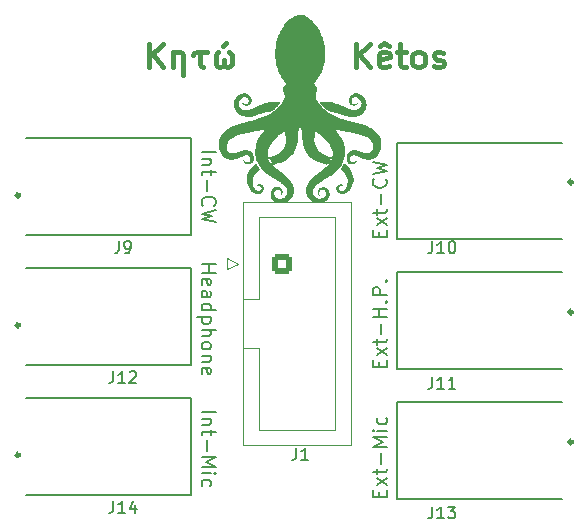
<source format=gto>
G04 #@! TF.GenerationSoftware,KiCad,Pcbnew,7.0.7*
G04 #@! TF.CreationDate,2023-11-05T15:47:32+01:00*
G04 #@! TF.ProjectId,K_BF,4b5f4246-2e6b-4696-9361-645f70636258,rev?*
G04 #@! TF.SameCoordinates,Original*
G04 #@! TF.FileFunction,Legend,Top*
G04 #@! TF.FilePolarity,Positive*
%FSLAX46Y46*%
G04 Gerber Fmt 4.6, Leading zero omitted, Abs format (unit mm)*
G04 Created by KiCad (PCBNEW 7.0.7) date 2023-11-05 15:47:32*
%MOMM*%
%LPD*%
G01*
G04 APERTURE LIST*
G04 Aperture macros list*
%AMRoundRect*
0 Rectangle with rounded corners*
0 $1 Rounding radius*
0 $2 $3 $4 $5 $6 $7 $8 $9 X,Y pos of 4 corners*
0 Add a 4 corners polygon primitive as box body*
4,1,4,$2,$3,$4,$5,$6,$7,$8,$9,$2,$3,0*
0 Add four circle primitives for the rounded corners*
1,1,$1+$1,$2,$3*
1,1,$1+$1,$4,$5*
1,1,$1+$1,$6,$7*
1,1,$1+$1,$8,$9*
0 Add four rect primitives between the rounded corners*
20,1,$1+$1,$2,$3,$4,$5,0*
20,1,$1+$1,$4,$5,$6,$7,0*
20,1,$1+$1,$6,$7,$8,$9,0*
20,1,$1+$1,$8,$9,$2,$3,0*%
G04 Aperture macros list end*
%ADD10C,0.200000*%
%ADD11C,0.400000*%
%ADD12C,0.150000*%
%ADD13C,0.127000*%
%ADD14C,0.350000*%
%ADD15C,0.120000*%
%ADD16O,1.712000X3.220000*%
%ADD17C,0.800000*%
%ADD18C,7.000000*%
%ADD19RoundRect,0.250000X-0.600000X-0.600000X0.600000X-0.600000X0.600000X0.600000X-0.600000X0.600000X0*%
%ADD20C,1.700000*%
G04 APERTURE END LIST*
D10*
X156714171Y-71082707D02*
X156714171Y-70682707D01*
X157342742Y-70511279D02*
X157342742Y-71082707D01*
X157342742Y-71082707D02*
X156142742Y-71082707D01*
X156142742Y-71082707D02*
X156142742Y-70511279D01*
X157342742Y-70111279D02*
X156542742Y-69482708D01*
X156542742Y-70111279D02*
X157342742Y-69482708D01*
X156542742Y-69196993D02*
X156542742Y-68739850D01*
X156142742Y-69025564D02*
X157171314Y-69025564D01*
X157171314Y-69025564D02*
X157285600Y-68968421D01*
X157285600Y-68968421D02*
X157342742Y-68854136D01*
X157342742Y-68854136D02*
X157342742Y-68739850D01*
X156885600Y-68339850D02*
X156885600Y-67425565D01*
X157342742Y-66854136D02*
X156142742Y-66854136D01*
X156714171Y-66854136D02*
X156714171Y-66168422D01*
X157342742Y-66168422D02*
X156142742Y-66168422D01*
X157228457Y-65596993D02*
X157285600Y-65539850D01*
X157285600Y-65539850D02*
X157342742Y-65596993D01*
X157342742Y-65596993D02*
X157285600Y-65654136D01*
X157285600Y-65654136D02*
X157228457Y-65596993D01*
X157228457Y-65596993D02*
X157342742Y-65596993D01*
X157342742Y-65025564D02*
X156142742Y-65025564D01*
X156142742Y-65025564D02*
X156142742Y-64568421D01*
X156142742Y-64568421D02*
X156199885Y-64454136D01*
X156199885Y-64454136D02*
X156257028Y-64396993D01*
X156257028Y-64396993D02*
X156371314Y-64339850D01*
X156371314Y-64339850D02*
X156542742Y-64339850D01*
X156542742Y-64339850D02*
X156657028Y-64396993D01*
X156657028Y-64396993D02*
X156714171Y-64454136D01*
X156714171Y-64454136D02*
X156771314Y-64568421D01*
X156771314Y-64568421D02*
X156771314Y-65025564D01*
X157228457Y-63825564D02*
X157285600Y-63768421D01*
X157285600Y-63768421D02*
X157342742Y-63825564D01*
X157342742Y-63825564D02*
X157285600Y-63882707D01*
X157285600Y-63882707D02*
X157228457Y-63825564D01*
X157228457Y-63825564D02*
X157342742Y-63825564D01*
X141657257Y-52917292D02*
X142857257Y-52917292D01*
X142457257Y-53488721D02*
X141657257Y-53488721D01*
X142342971Y-53488721D02*
X142400114Y-53545864D01*
X142400114Y-53545864D02*
X142457257Y-53660149D01*
X142457257Y-53660149D02*
X142457257Y-53831578D01*
X142457257Y-53831578D02*
X142400114Y-53945864D01*
X142400114Y-53945864D02*
X142285828Y-54003007D01*
X142285828Y-54003007D02*
X141657257Y-54003007D01*
X142457257Y-54403006D02*
X142457257Y-54860149D01*
X142857257Y-54574435D02*
X141828685Y-54574435D01*
X141828685Y-54574435D02*
X141714400Y-54631578D01*
X141714400Y-54631578D02*
X141657257Y-54745863D01*
X141657257Y-54745863D02*
X141657257Y-54860149D01*
X142114400Y-55260149D02*
X142114400Y-56174435D01*
X141771542Y-57431577D02*
X141714400Y-57374434D01*
X141714400Y-57374434D02*
X141657257Y-57203006D01*
X141657257Y-57203006D02*
X141657257Y-57088720D01*
X141657257Y-57088720D02*
X141714400Y-56917291D01*
X141714400Y-56917291D02*
X141828685Y-56803006D01*
X141828685Y-56803006D02*
X141942971Y-56745863D01*
X141942971Y-56745863D02*
X142171542Y-56688720D01*
X142171542Y-56688720D02*
X142342971Y-56688720D01*
X142342971Y-56688720D02*
X142571542Y-56745863D01*
X142571542Y-56745863D02*
X142685828Y-56803006D01*
X142685828Y-56803006D02*
X142800114Y-56917291D01*
X142800114Y-56917291D02*
X142857257Y-57088720D01*
X142857257Y-57088720D02*
X142857257Y-57203006D01*
X142857257Y-57203006D02*
X142800114Y-57374434D01*
X142800114Y-57374434D02*
X142742971Y-57431577D01*
X142857257Y-57831577D02*
X141657257Y-58117291D01*
X141657257Y-58117291D02*
X142514400Y-58345863D01*
X142514400Y-58345863D02*
X141657257Y-58574434D01*
X141657257Y-58574434D02*
X142857257Y-58860149D01*
X141657257Y-74917292D02*
X142857257Y-74917292D01*
X142457257Y-75488721D02*
X141657257Y-75488721D01*
X142342971Y-75488721D02*
X142400114Y-75545864D01*
X142400114Y-75545864D02*
X142457257Y-75660149D01*
X142457257Y-75660149D02*
X142457257Y-75831578D01*
X142457257Y-75831578D02*
X142400114Y-75945864D01*
X142400114Y-75945864D02*
X142285828Y-76003007D01*
X142285828Y-76003007D02*
X141657257Y-76003007D01*
X142457257Y-76403006D02*
X142457257Y-76860149D01*
X142857257Y-76574435D02*
X141828685Y-76574435D01*
X141828685Y-76574435D02*
X141714400Y-76631578D01*
X141714400Y-76631578D02*
X141657257Y-76745863D01*
X141657257Y-76745863D02*
X141657257Y-76860149D01*
X142114400Y-77260149D02*
X142114400Y-78174435D01*
X141657257Y-78745863D02*
X142857257Y-78745863D01*
X142857257Y-78745863D02*
X142000114Y-79145863D01*
X142000114Y-79145863D02*
X142857257Y-79545863D01*
X142857257Y-79545863D02*
X141657257Y-79545863D01*
X141657257Y-80117292D02*
X142457257Y-80117292D01*
X142857257Y-80117292D02*
X142800114Y-80060149D01*
X142800114Y-80060149D02*
X142742971Y-80117292D01*
X142742971Y-80117292D02*
X142800114Y-80174435D01*
X142800114Y-80174435D02*
X142857257Y-80117292D01*
X142857257Y-80117292D02*
X142742971Y-80117292D01*
X141714400Y-81203007D02*
X141657257Y-81088721D01*
X141657257Y-81088721D02*
X141657257Y-80860149D01*
X141657257Y-80860149D02*
X141714400Y-80745864D01*
X141714400Y-80745864D02*
X141771542Y-80688721D01*
X141771542Y-80688721D02*
X141885828Y-80631578D01*
X141885828Y-80631578D02*
X142228685Y-80631578D01*
X142228685Y-80631578D02*
X142342971Y-80688721D01*
X142342971Y-80688721D02*
X142400114Y-80745864D01*
X142400114Y-80745864D02*
X142457257Y-80860149D01*
X142457257Y-80860149D02*
X142457257Y-81088721D01*
X142457257Y-81088721D02*
X142400114Y-81203007D01*
D11*
X154739347Y-45734438D02*
X154739347Y-43734438D01*
X155882204Y-45734438D02*
X155025061Y-44591580D01*
X155882204Y-43734438D02*
X154739347Y-44877295D01*
X157501252Y-45639200D02*
X157310776Y-45734438D01*
X157310776Y-45734438D02*
X156929823Y-45734438D01*
X156929823Y-45734438D02*
X156739347Y-45639200D01*
X156739347Y-45639200D02*
X156644109Y-45448723D01*
X156644109Y-45448723D02*
X156644109Y-44686819D01*
X156644109Y-44686819D02*
X156739347Y-44496342D01*
X156739347Y-44496342D02*
X156929823Y-44401104D01*
X156929823Y-44401104D02*
X157310776Y-44401104D01*
X157310776Y-44401104D02*
X157501252Y-44496342D01*
X157501252Y-44496342D02*
X157596490Y-44686819D01*
X157596490Y-44686819D02*
X157596490Y-44877295D01*
X157596490Y-44877295D02*
X156644109Y-45067771D01*
X156739347Y-43924914D02*
X157120299Y-43639200D01*
X157120299Y-43639200D02*
X157501252Y-43924914D01*
X158167919Y-44401104D02*
X158929823Y-44401104D01*
X158453633Y-43734438D02*
X158453633Y-45448723D01*
X158453633Y-45448723D02*
X158548871Y-45639200D01*
X158548871Y-45639200D02*
X158739347Y-45734438D01*
X158739347Y-45734438D02*
X158929823Y-45734438D01*
X159882204Y-45734438D02*
X159691728Y-45639200D01*
X159691728Y-45639200D02*
X159596490Y-45543961D01*
X159596490Y-45543961D02*
X159501252Y-45353485D01*
X159501252Y-45353485D02*
X159501252Y-44782057D01*
X159501252Y-44782057D02*
X159596490Y-44591580D01*
X159596490Y-44591580D02*
X159691728Y-44496342D01*
X159691728Y-44496342D02*
X159882204Y-44401104D01*
X159882204Y-44401104D02*
X160167919Y-44401104D01*
X160167919Y-44401104D02*
X160358395Y-44496342D01*
X160358395Y-44496342D02*
X160453633Y-44591580D01*
X160453633Y-44591580D02*
X160548871Y-44782057D01*
X160548871Y-44782057D02*
X160548871Y-45353485D01*
X160548871Y-45353485D02*
X160453633Y-45543961D01*
X160453633Y-45543961D02*
X160358395Y-45639200D01*
X160358395Y-45639200D02*
X160167919Y-45734438D01*
X160167919Y-45734438D02*
X159882204Y-45734438D01*
X161310776Y-45639200D02*
X161501252Y-45734438D01*
X161501252Y-45734438D02*
X161882204Y-45734438D01*
X161882204Y-45734438D02*
X162072681Y-45639200D01*
X162072681Y-45639200D02*
X162167919Y-45448723D01*
X162167919Y-45448723D02*
X162167919Y-45353485D01*
X162167919Y-45353485D02*
X162072681Y-45163009D01*
X162072681Y-45163009D02*
X161882204Y-45067771D01*
X161882204Y-45067771D02*
X161596490Y-45067771D01*
X161596490Y-45067771D02*
X161406014Y-44972533D01*
X161406014Y-44972533D02*
X161310776Y-44782057D01*
X161310776Y-44782057D02*
X161310776Y-44686819D01*
X161310776Y-44686819D02*
X161406014Y-44496342D01*
X161406014Y-44496342D02*
X161596490Y-44401104D01*
X161596490Y-44401104D02*
X161882204Y-44401104D01*
X161882204Y-44401104D02*
X162072681Y-44496342D01*
D10*
X141657257Y-62417292D02*
X142857257Y-62417292D01*
X142285828Y-62417292D02*
X142285828Y-63103006D01*
X141657257Y-63103006D02*
X142857257Y-63103006D01*
X141714400Y-64131578D02*
X141657257Y-64017292D01*
X141657257Y-64017292D02*
X141657257Y-63788721D01*
X141657257Y-63788721D02*
X141714400Y-63674435D01*
X141714400Y-63674435D02*
X141828685Y-63617292D01*
X141828685Y-63617292D02*
X142285828Y-63617292D01*
X142285828Y-63617292D02*
X142400114Y-63674435D01*
X142400114Y-63674435D02*
X142457257Y-63788721D01*
X142457257Y-63788721D02*
X142457257Y-64017292D01*
X142457257Y-64017292D02*
X142400114Y-64131578D01*
X142400114Y-64131578D02*
X142285828Y-64188721D01*
X142285828Y-64188721D02*
X142171542Y-64188721D01*
X142171542Y-64188721D02*
X142057257Y-63617292D01*
X141657257Y-65217292D02*
X142285828Y-65217292D01*
X142285828Y-65217292D02*
X142400114Y-65160149D01*
X142400114Y-65160149D02*
X142457257Y-65045863D01*
X142457257Y-65045863D02*
X142457257Y-64817292D01*
X142457257Y-64817292D02*
X142400114Y-64703006D01*
X141714400Y-65217292D02*
X141657257Y-65103006D01*
X141657257Y-65103006D02*
X141657257Y-64817292D01*
X141657257Y-64817292D02*
X141714400Y-64703006D01*
X141714400Y-64703006D02*
X141828685Y-64645863D01*
X141828685Y-64645863D02*
X141942971Y-64645863D01*
X141942971Y-64645863D02*
X142057257Y-64703006D01*
X142057257Y-64703006D02*
X142114400Y-64817292D01*
X142114400Y-64817292D02*
X142114400Y-65103006D01*
X142114400Y-65103006D02*
X142171542Y-65217292D01*
X141657257Y-66303006D02*
X142857257Y-66303006D01*
X141714400Y-66303006D02*
X141657257Y-66188720D01*
X141657257Y-66188720D02*
X141657257Y-65960148D01*
X141657257Y-65960148D02*
X141714400Y-65845863D01*
X141714400Y-65845863D02*
X141771542Y-65788720D01*
X141771542Y-65788720D02*
X141885828Y-65731577D01*
X141885828Y-65731577D02*
X142228685Y-65731577D01*
X142228685Y-65731577D02*
X142342971Y-65788720D01*
X142342971Y-65788720D02*
X142400114Y-65845863D01*
X142400114Y-65845863D02*
X142457257Y-65960148D01*
X142457257Y-65960148D02*
X142457257Y-66188720D01*
X142457257Y-66188720D02*
X142400114Y-66303006D01*
X142457257Y-66874434D02*
X141257257Y-66874434D01*
X142400114Y-66874434D02*
X142457257Y-66988720D01*
X142457257Y-66988720D02*
X142457257Y-67217291D01*
X142457257Y-67217291D02*
X142400114Y-67331577D01*
X142400114Y-67331577D02*
X142342971Y-67388720D01*
X142342971Y-67388720D02*
X142228685Y-67445862D01*
X142228685Y-67445862D02*
X141885828Y-67445862D01*
X141885828Y-67445862D02*
X141771542Y-67388720D01*
X141771542Y-67388720D02*
X141714400Y-67331577D01*
X141714400Y-67331577D02*
X141657257Y-67217291D01*
X141657257Y-67217291D02*
X141657257Y-66988720D01*
X141657257Y-66988720D02*
X141714400Y-66874434D01*
X141657257Y-67960148D02*
X142857257Y-67960148D01*
X141657257Y-68474434D02*
X142285828Y-68474434D01*
X142285828Y-68474434D02*
X142400114Y-68417291D01*
X142400114Y-68417291D02*
X142457257Y-68303005D01*
X142457257Y-68303005D02*
X142457257Y-68131576D01*
X142457257Y-68131576D02*
X142400114Y-68017291D01*
X142400114Y-68017291D02*
X142342971Y-67960148D01*
X141657257Y-69217290D02*
X141714400Y-69103005D01*
X141714400Y-69103005D02*
X141771542Y-69045862D01*
X141771542Y-69045862D02*
X141885828Y-68988719D01*
X141885828Y-68988719D02*
X142228685Y-68988719D01*
X142228685Y-68988719D02*
X142342971Y-69045862D01*
X142342971Y-69045862D02*
X142400114Y-69103005D01*
X142400114Y-69103005D02*
X142457257Y-69217290D01*
X142457257Y-69217290D02*
X142457257Y-69388719D01*
X142457257Y-69388719D02*
X142400114Y-69503005D01*
X142400114Y-69503005D02*
X142342971Y-69560148D01*
X142342971Y-69560148D02*
X142228685Y-69617290D01*
X142228685Y-69617290D02*
X141885828Y-69617290D01*
X141885828Y-69617290D02*
X141771542Y-69560148D01*
X141771542Y-69560148D02*
X141714400Y-69503005D01*
X141714400Y-69503005D02*
X141657257Y-69388719D01*
X141657257Y-69388719D02*
X141657257Y-69217290D01*
X142457257Y-70131576D02*
X141657257Y-70131576D01*
X142342971Y-70131576D02*
X142400114Y-70188719D01*
X142400114Y-70188719D02*
X142457257Y-70303004D01*
X142457257Y-70303004D02*
X142457257Y-70474433D01*
X142457257Y-70474433D02*
X142400114Y-70588719D01*
X142400114Y-70588719D02*
X142285828Y-70645862D01*
X142285828Y-70645862D02*
X141657257Y-70645862D01*
X141714400Y-71674433D02*
X141657257Y-71560147D01*
X141657257Y-71560147D02*
X141657257Y-71331576D01*
X141657257Y-71331576D02*
X141714400Y-71217290D01*
X141714400Y-71217290D02*
X141828685Y-71160147D01*
X141828685Y-71160147D02*
X142285828Y-71160147D01*
X142285828Y-71160147D02*
X142400114Y-71217290D01*
X142400114Y-71217290D02*
X142457257Y-71331576D01*
X142457257Y-71331576D02*
X142457257Y-71560147D01*
X142457257Y-71560147D02*
X142400114Y-71674433D01*
X142400114Y-71674433D02*
X142285828Y-71731576D01*
X142285828Y-71731576D02*
X142171542Y-71731576D01*
X142171542Y-71731576D02*
X142057257Y-71160147D01*
D11*
X137239347Y-45734438D02*
X137239347Y-43734438D01*
X138382204Y-45734438D02*
X137525061Y-44591580D01*
X138382204Y-43734438D02*
X137239347Y-44877295D01*
X139239347Y-44401104D02*
X139239347Y-45734438D01*
X139239347Y-44591580D02*
X139334585Y-44496342D01*
X139334585Y-44496342D02*
X139525061Y-44401104D01*
X139525061Y-44401104D02*
X139810776Y-44401104D01*
X139810776Y-44401104D02*
X140001252Y-44496342D01*
X140001252Y-44496342D02*
X140096490Y-44686819D01*
X140096490Y-44686819D02*
X140096490Y-46401104D01*
X140953633Y-44686819D02*
X141048871Y-44496342D01*
X141048871Y-44496342D02*
X141239347Y-44401104D01*
X141239347Y-44401104D02*
X142096490Y-44401104D01*
X141525061Y-44401104D02*
X141525061Y-45448723D01*
X141525061Y-45448723D02*
X141620300Y-45639200D01*
X141620300Y-45639200D02*
X141810776Y-45734438D01*
X143525062Y-45067771D02*
X143525062Y-45448723D01*
X143048871Y-44401104D02*
X142953633Y-44496342D01*
X142953633Y-44496342D02*
X142858395Y-44686819D01*
X142858395Y-44686819D02*
X142858395Y-45448723D01*
X142858395Y-45448723D02*
X142953633Y-45639200D01*
X142953633Y-45639200D02*
X143144109Y-45734438D01*
X143144109Y-45734438D02*
X143239347Y-45734438D01*
X143239347Y-45734438D02*
X143429823Y-45639200D01*
X143429823Y-45639200D02*
X143525062Y-45448723D01*
X143525062Y-45448723D02*
X143620300Y-45639200D01*
X143620300Y-45639200D02*
X143810776Y-45734438D01*
X143810776Y-45734438D02*
X143906014Y-45734438D01*
X143906014Y-45734438D02*
X144096490Y-45639200D01*
X144096490Y-45639200D02*
X144191728Y-45448723D01*
X144191728Y-45448723D02*
X144191728Y-44686819D01*
X144191728Y-44686819D02*
X144096490Y-44496342D01*
X144096490Y-44496342D02*
X144001252Y-44401104D01*
X143715538Y-43639200D02*
X143429823Y-43924914D01*
D10*
X156714171Y-82082707D02*
X156714171Y-81682707D01*
X157342742Y-81511279D02*
X157342742Y-82082707D01*
X157342742Y-82082707D02*
X156142742Y-82082707D01*
X156142742Y-82082707D02*
X156142742Y-81511279D01*
X157342742Y-81111279D02*
X156542742Y-80482708D01*
X156542742Y-81111279D02*
X157342742Y-80482708D01*
X156542742Y-80196993D02*
X156542742Y-79739850D01*
X156142742Y-80025564D02*
X157171314Y-80025564D01*
X157171314Y-80025564D02*
X157285600Y-79968421D01*
X157285600Y-79968421D02*
X157342742Y-79854136D01*
X157342742Y-79854136D02*
X157342742Y-79739850D01*
X156885600Y-79339850D02*
X156885600Y-78425565D01*
X157342742Y-77854136D02*
X156142742Y-77854136D01*
X156142742Y-77854136D02*
X156999885Y-77454136D01*
X156999885Y-77454136D02*
X156142742Y-77054136D01*
X156142742Y-77054136D02*
X157342742Y-77054136D01*
X157342742Y-76482707D02*
X156542742Y-76482707D01*
X156142742Y-76482707D02*
X156199885Y-76539850D01*
X156199885Y-76539850D02*
X156257028Y-76482707D01*
X156257028Y-76482707D02*
X156199885Y-76425564D01*
X156199885Y-76425564D02*
X156142742Y-76482707D01*
X156142742Y-76482707D02*
X156257028Y-76482707D01*
X157285600Y-75396993D02*
X157342742Y-75511278D01*
X157342742Y-75511278D02*
X157342742Y-75739850D01*
X157342742Y-75739850D02*
X157285600Y-75854135D01*
X157285600Y-75854135D02*
X157228457Y-75911278D01*
X157228457Y-75911278D02*
X157114171Y-75968421D01*
X157114171Y-75968421D02*
X156771314Y-75968421D01*
X156771314Y-75968421D02*
X156657028Y-75911278D01*
X156657028Y-75911278D02*
X156599885Y-75854135D01*
X156599885Y-75854135D02*
X156542742Y-75739850D01*
X156542742Y-75739850D02*
X156542742Y-75511278D01*
X156542742Y-75511278D02*
X156599885Y-75396993D01*
X156714171Y-60082707D02*
X156714171Y-59682707D01*
X157342742Y-59511279D02*
X157342742Y-60082707D01*
X157342742Y-60082707D02*
X156142742Y-60082707D01*
X156142742Y-60082707D02*
X156142742Y-59511279D01*
X157342742Y-59111279D02*
X156542742Y-58482708D01*
X156542742Y-59111279D02*
X157342742Y-58482708D01*
X156542742Y-58196993D02*
X156542742Y-57739850D01*
X156142742Y-58025564D02*
X157171314Y-58025564D01*
X157171314Y-58025564D02*
X157285600Y-57968421D01*
X157285600Y-57968421D02*
X157342742Y-57854136D01*
X157342742Y-57854136D02*
X157342742Y-57739850D01*
X156885600Y-57339850D02*
X156885600Y-56425565D01*
X157228457Y-55168422D02*
X157285600Y-55225565D01*
X157285600Y-55225565D02*
X157342742Y-55396993D01*
X157342742Y-55396993D02*
X157342742Y-55511279D01*
X157342742Y-55511279D02*
X157285600Y-55682708D01*
X157285600Y-55682708D02*
X157171314Y-55796993D01*
X157171314Y-55796993D02*
X157057028Y-55854136D01*
X157057028Y-55854136D02*
X156828457Y-55911279D01*
X156828457Y-55911279D02*
X156657028Y-55911279D01*
X156657028Y-55911279D02*
X156428457Y-55854136D01*
X156428457Y-55854136D02*
X156314171Y-55796993D01*
X156314171Y-55796993D02*
X156199885Y-55682708D01*
X156199885Y-55682708D02*
X156142742Y-55511279D01*
X156142742Y-55511279D02*
X156142742Y-55396993D01*
X156142742Y-55396993D02*
X156199885Y-55225565D01*
X156199885Y-55225565D02*
X156257028Y-55168422D01*
X156142742Y-54768422D02*
X157342742Y-54482708D01*
X157342742Y-54482708D02*
X156485600Y-54254136D01*
X156485600Y-54254136D02*
X157342742Y-54025565D01*
X157342742Y-54025565D02*
X156142742Y-53739851D01*
D12*
X134189367Y-82454083D02*
X134189367Y-83169347D01*
X134189367Y-83169347D02*
X134141682Y-83312400D01*
X134141682Y-83312400D02*
X134046314Y-83407769D01*
X134046314Y-83407769D02*
X133903261Y-83455453D01*
X133903261Y-83455453D02*
X133807892Y-83455453D01*
X135190737Y-83455453D02*
X134618526Y-83455453D01*
X134904631Y-83455453D02*
X134904631Y-82454083D01*
X134904631Y-82454083D02*
X134809263Y-82597136D01*
X134809263Y-82597136D02*
X134713894Y-82692504D01*
X134713894Y-82692504D02*
X134618526Y-82740189D01*
X136049055Y-82787873D02*
X136049055Y-83455453D01*
X135810633Y-82406399D02*
X135572212Y-83121663D01*
X135572212Y-83121663D02*
X136192107Y-83121663D01*
X161189367Y-60454083D02*
X161189367Y-61169347D01*
X161189367Y-61169347D02*
X161141682Y-61312400D01*
X161141682Y-61312400D02*
X161046314Y-61407769D01*
X161046314Y-61407769D02*
X160903261Y-61455453D01*
X160903261Y-61455453D02*
X160807892Y-61455453D01*
X162190737Y-61455453D02*
X161618526Y-61455453D01*
X161904631Y-61455453D02*
X161904631Y-60454083D01*
X161904631Y-60454083D02*
X161809263Y-60597136D01*
X161809263Y-60597136D02*
X161713894Y-60692504D01*
X161713894Y-60692504D02*
X161618526Y-60740189D01*
X162810633Y-60454083D02*
X162906002Y-60454083D01*
X162906002Y-60454083D02*
X163001370Y-60501767D01*
X163001370Y-60501767D02*
X163049055Y-60549451D01*
X163049055Y-60549451D02*
X163096739Y-60644820D01*
X163096739Y-60644820D02*
X163144423Y-60835557D01*
X163144423Y-60835557D02*
X163144423Y-61073979D01*
X163144423Y-61073979D02*
X163096739Y-61264716D01*
X163096739Y-61264716D02*
X163049055Y-61360084D01*
X163049055Y-61360084D02*
X163001370Y-61407769D01*
X163001370Y-61407769D02*
X162906002Y-61455453D01*
X162906002Y-61455453D02*
X162810633Y-61455453D01*
X162810633Y-61455453D02*
X162715265Y-61407769D01*
X162715265Y-61407769D02*
X162667580Y-61360084D01*
X162667580Y-61360084D02*
X162619896Y-61264716D01*
X162619896Y-61264716D02*
X162572212Y-61073979D01*
X162572212Y-61073979D02*
X162572212Y-60835557D01*
X162572212Y-60835557D02*
X162619896Y-60644820D01*
X162619896Y-60644820D02*
X162667580Y-60549451D01*
X162667580Y-60549451D02*
X162715265Y-60501767D01*
X162715265Y-60501767D02*
X162810633Y-60454083D01*
X161189367Y-71922563D02*
X161189367Y-72637827D01*
X161189367Y-72637827D02*
X161141682Y-72780880D01*
X161141682Y-72780880D02*
X161046314Y-72876249D01*
X161046314Y-72876249D02*
X160903261Y-72923933D01*
X160903261Y-72923933D02*
X160807892Y-72923933D01*
X162190737Y-72923933D02*
X161618526Y-72923933D01*
X161904631Y-72923933D02*
X161904631Y-71922563D01*
X161904631Y-71922563D02*
X161809263Y-72065616D01*
X161809263Y-72065616D02*
X161713894Y-72160984D01*
X161713894Y-72160984D02*
X161618526Y-72208669D01*
X163144423Y-72923933D02*
X162572212Y-72923933D01*
X162858317Y-72923933D02*
X162858317Y-71922563D01*
X162858317Y-71922563D02*
X162762949Y-72065616D01*
X162762949Y-72065616D02*
X162667580Y-72160984D01*
X162667580Y-72160984D02*
X162572212Y-72208669D01*
X161189367Y-82922563D02*
X161189367Y-83637827D01*
X161189367Y-83637827D02*
X161141682Y-83780880D01*
X161141682Y-83780880D02*
X161046314Y-83876249D01*
X161046314Y-83876249D02*
X160903261Y-83923933D01*
X160903261Y-83923933D02*
X160807892Y-83923933D01*
X162190737Y-83923933D02*
X161618526Y-83923933D01*
X161904631Y-83923933D02*
X161904631Y-82922563D01*
X161904631Y-82922563D02*
X161809263Y-83065616D01*
X161809263Y-83065616D02*
X161713894Y-83160984D01*
X161713894Y-83160984D02*
X161618526Y-83208669D01*
X162524527Y-82922563D02*
X163144423Y-82922563D01*
X163144423Y-82922563D02*
X162810633Y-83304037D01*
X162810633Y-83304037D02*
X162953686Y-83304037D01*
X162953686Y-83304037D02*
X163049055Y-83351721D01*
X163049055Y-83351721D02*
X163096739Y-83399406D01*
X163096739Y-83399406D02*
X163144423Y-83494774D01*
X163144423Y-83494774D02*
X163144423Y-83733196D01*
X163144423Y-83733196D02*
X163096739Y-83828564D01*
X163096739Y-83828564D02*
X163049055Y-83876249D01*
X163049055Y-83876249D02*
X162953686Y-83923933D01*
X162953686Y-83923933D02*
X162667580Y-83923933D01*
X162667580Y-83923933D02*
X162572212Y-83876249D01*
X162572212Y-83876249D02*
X162524527Y-83828564D01*
X134189367Y-71454083D02*
X134189367Y-72169347D01*
X134189367Y-72169347D02*
X134141682Y-72312400D01*
X134141682Y-72312400D02*
X134046314Y-72407769D01*
X134046314Y-72407769D02*
X133903261Y-72455453D01*
X133903261Y-72455453D02*
X133807892Y-72455453D01*
X135190737Y-72455453D02*
X134618526Y-72455453D01*
X134904631Y-72455453D02*
X134904631Y-71454083D01*
X134904631Y-71454083D02*
X134809263Y-71597136D01*
X134809263Y-71597136D02*
X134713894Y-71692504D01*
X134713894Y-71692504D02*
X134618526Y-71740189D01*
X135572212Y-71549451D02*
X135619896Y-71501767D01*
X135619896Y-71501767D02*
X135715265Y-71454083D01*
X135715265Y-71454083D02*
X135953686Y-71454083D01*
X135953686Y-71454083D02*
X136049055Y-71501767D01*
X136049055Y-71501767D02*
X136096739Y-71549451D01*
X136096739Y-71549451D02*
X136144423Y-71644820D01*
X136144423Y-71644820D02*
X136144423Y-71740189D01*
X136144423Y-71740189D02*
X136096739Y-71883241D01*
X136096739Y-71883241D02*
X135524527Y-72455453D01*
X135524527Y-72455453D02*
X136144423Y-72455453D01*
X149666666Y-77954819D02*
X149666666Y-78669104D01*
X149666666Y-78669104D02*
X149619047Y-78811961D01*
X149619047Y-78811961D02*
X149523809Y-78907200D01*
X149523809Y-78907200D02*
X149380952Y-78954819D01*
X149380952Y-78954819D02*
X149285714Y-78954819D01*
X150666666Y-78954819D02*
X150095238Y-78954819D01*
X150380952Y-78954819D02*
X150380952Y-77954819D01*
X150380952Y-77954819D02*
X150285714Y-78097676D01*
X150285714Y-78097676D02*
X150190476Y-78192914D01*
X150190476Y-78192914D02*
X150095238Y-78240533D01*
X134666210Y-60454083D02*
X134666210Y-61169347D01*
X134666210Y-61169347D02*
X134618525Y-61312400D01*
X134618525Y-61312400D02*
X134523157Y-61407769D01*
X134523157Y-61407769D02*
X134380104Y-61455453D01*
X134380104Y-61455453D02*
X134284735Y-61455453D01*
X135190737Y-61455453D02*
X135381474Y-61455453D01*
X135381474Y-61455453D02*
X135476843Y-61407769D01*
X135476843Y-61407769D02*
X135524527Y-61360084D01*
X135524527Y-61360084D02*
X135619896Y-61217031D01*
X135619896Y-61217031D02*
X135667580Y-61026294D01*
X135667580Y-61026294D02*
X135667580Y-60644820D01*
X135667580Y-60644820D02*
X135619896Y-60549451D01*
X135619896Y-60549451D02*
X135572212Y-60501767D01*
X135572212Y-60501767D02*
X135476843Y-60454083D01*
X135476843Y-60454083D02*
X135286106Y-60454083D01*
X135286106Y-60454083D02*
X135190737Y-60501767D01*
X135190737Y-60501767D02*
X135143053Y-60549451D01*
X135143053Y-60549451D02*
X135095369Y-60644820D01*
X135095369Y-60644820D02*
X135095369Y-60883241D01*
X135095369Y-60883241D02*
X135143053Y-60978610D01*
X135143053Y-60978610D02*
X135190737Y-61026294D01*
X135190737Y-61026294D02*
X135286106Y-61073979D01*
X135286106Y-61073979D02*
X135476843Y-61073979D01*
X135476843Y-61073979D02*
X135572212Y-61026294D01*
X135572212Y-61026294D02*
X135619896Y-60978610D01*
X135619896Y-60978610D02*
X135667580Y-60883241D01*
D13*
X126800000Y-73700000D02*
X140800000Y-73700000D01*
X140800000Y-73700000D02*
X140800000Y-81900000D01*
X140800000Y-81900000D02*
X126800000Y-81900000D01*
D14*
X126250000Y-78550000D02*
G75*
G03*
X126250000Y-78550000I-150000J0D01*
G01*
D13*
X172200000Y-60300000D02*
X158200000Y-60300000D01*
X158200000Y-60300000D02*
X158200000Y-52100000D01*
X158200000Y-52100000D02*
X172200000Y-52100000D01*
D14*
X173050000Y-55450000D02*
G75*
G03*
X173050000Y-55450000I-150000J0D01*
G01*
D13*
X172200000Y-71300000D02*
X158200000Y-71300000D01*
X158200000Y-71300000D02*
X158200000Y-63100000D01*
X158200000Y-63100000D02*
X172200000Y-63100000D01*
D14*
X173050000Y-66450000D02*
G75*
G03*
X173050000Y-66450000I-150000J0D01*
G01*
D13*
X172200000Y-82300000D02*
X158200000Y-82300000D01*
X158200000Y-82300000D02*
X158200000Y-74100000D01*
X158200000Y-74100000D02*
X172200000Y-74100000D01*
D14*
X173050000Y-77450000D02*
G75*
G03*
X173050000Y-77450000I-150000J0D01*
G01*
G36*
X153838533Y-53937533D02*
G01*
X154027808Y-54115260D01*
X154187001Y-54300250D01*
X154316598Y-54493228D01*
X154417088Y-54694920D01*
X154488497Y-54904327D01*
X154508715Y-55007431D01*
X154520875Y-55129241D01*
X154524870Y-55259268D01*
X154520595Y-55387021D01*
X154507942Y-55502011D01*
X154495181Y-55564923D01*
X154430905Y-55763276D01*
X154344780Y-55939668D01*
X154236317Y-56094960D01*
X154133714Y-56204041D01*
X154000693Y-56312080D01*
X153865425Y-56389680D01*
X153728520Y-56436646D01*
X153590591Y-56452784D01*
X153452248Y-56437898D01*
X153423138Y-56430795D01*
X153307748Y-56385637D01*
X153211731Y-56318787D01*
X153137597Y-56233352D01*
X153087856Y-56132444D01*
X153065016Y-56019171D01*
X153063783Y-55985505D01*
X153077688Y-55877784D01*
X153118116Y-55784516D01*
X153182632Y-55708765D01*
X153268802Y-55653596D01*
X153348617Y-55627016D01*
X153439867Y-55619825D01*
X153527088Y-55637106D01*
X153603287Y-55676087D01*
X153661473Y-55733997D01*
X153675401Y-55756548D01*
X153684964Y-55779067D01*
X153674312Y-55780667D01*
X153663326Y-55776501D01*
X153564755Y-55748459D01*
X153474121Y-55747404D01*
X153394790Y-55772858D01*
X153330515Y-55823896D01*
X153288631Y-55880689D01*
X153270593Y-55932838D01*
X153272900Y-55990842D01*
X153273572Y-55994542D01*
X153301998Y-56069649D01*
X153354096Y-56125888D01*
X153427338Y-56161442D01*
X153519192Y-56174494D01*
X153524132Y-56174523D01*
X153623811Y-56161665D01*
X153714893Y-56121822D01*
X153801357Y-56053086D01*
X153822092Y-56031834D01*
X153904803Y-55921137D01*
X153967663Y-55788281D01*
X154009786Y-55635959D01*
X154030286Y-55466865D01*
X154032236Y-55392985D01*
X154025566Y-55254838D01*
X154003556Y-55130119D01*
X153963328Y-55006623D01*
X153916149Y-54900615D01*
X153817364Y-54733613D01*
X153690680Y-54580435D01*
X153536402Y-54441413D01*
X153422802Y-54359677D01*
X153384753Y-54334553D01*
X153447236Y-54250261D01*
X153523497Y-54143074D01*
X153596293Y-54030922D01*
X153657932Y-53928609D01*
X153714667Y-53831925D01*
X153838533Y-53937533D01*
G37*
G36*
X146370674Y-53975823D02*
G01*
X146417277Y-54050766D01*
X146468984Y-54130226D01*
X146517277Y-54201232D01*
X146535067Y-54226201D01*
X146613661Y-54334258D01*
X146567913Y-54367344D01*
X146435696Y-54468078D01*
X146327949Y-54562505D01*
X146240039Y-54655733D01*
X146167335Y-54752872D01*
X146105205Y-54859031D01*
X146084450Y-54900615D01*
X146051279Y-54975243D01*
X146020771Y-55053521D01*
X145997896Y-55122354D01*
X145992098Y-55143891D01*
X145976199Y-55240370D01*
X145968930Y-55354852D01*
X145970322Y-55475284D01*
X145980408Y-55589612D01*
X145990776Y-55650892D01*
X146028435Y-55779808D01*
X146083586Y-55898788D01*
X146152705Y-56002537D01*
X146232272Y-56085762D01*
X146318099Y-56142848D01*
X146385016Y-56164531D01*
X146462920Y-56173916D01*
X146539256Y-56170632D01*
X146601470Y-56154308D01*
X146607519Y-56151389D01*
X146667279Y-56105995D01*
X146708825Y-56045199D01*
X146728692Y-55977037D01*
X146723414Y-55909544D01*
X146718191Y-55894745D01*
X146673771Y-55824985D01*
X146609776Y-55776473D01*
X146530802Y-55750634D01*
X146441447Y-55748892D01*
X146346307Y-55772673D01*
X146336674Y-55776501D01*
X146316782Y-55781953D01*
X146318429Y-55768673D01*
X146324598Y-55756548D01*
X146375386Y-55693056D01*
X146446470Y-55647587D01*
X146530860Y-55622913D01*
X146621562Y-55621806D01*
X146651383Y-55627016D01*
X146749603Y-55662948D01*
X146828258Y-55719719D01*
X146886462Y-55793099D01*
X146923329Y-55878859D01*
X146937975Y-55972771D01*
X146929513Y-56070605D01*
X146897058Y-56168133D01*
X146839724Y-56261125D01*
X146794695Y-56311342D01*
X146708886Y-56375191D01*
X146604088Y-56420917D01*
X146487903Y-56446834D01*
X146367934Y-56451254D01*
X146251783Y-56432492D01*
X146250371Y-56432099D01*
X146103511Y-56375102D01*
X145966060Y-56290304D01*
X145840278Y-56180336D01*
X145728430Y-56047829D01*
X145632777Y-55895416D01*
X145555583Y-55725729D01*
X145504899Y-55564923D01*
X145486562Y-55462869D01*
X145476703Y-55341421D01*
X145475230Y-55211248D01*
X145482047Y-55083020D01*
X145497061Y-54967406D01*
X145510728Y-54905688D01*
X145584991Y-54691726D01*
X145688840Y-54485734D01*
X145821286Y-54289172D01*
X145981339Y-54103501D01*
X146168010Y-53930181D01*
X146176868Y-53922821D01*
X146284875Y-53833500D01*
X146370674Y-53975823D01*
G37*
G36*
X154851794Y-47938002D02*
G01*
X155012121Y-47975532D01*
X155157189Y-48040126D01*
X155285937Y-48130995D01*
X155397303Y-48247349D01*
X155490224Y-48388402D01*
X155510199Y-48426926D01*
X155578985Y-48597706D01*
X155616533Y-48767945D01*
X155622844Y-48937448D01*
X155597921Y-49106023D01*
X155541765Y-49273475D01*
X155500161Y-49360155D01*
X155406391Y-49504267D01*
X155288430Y-49630421D01*
X155148954Y-49736639D01*
X154990638Y-49820947D01*
X154816156Y-49881370D01*
X154783015Y-49889610D01*
X154697391Y-49906228D01*
X154601145Y-49919426D01*
X154504112Y-49928342D01*
X154416130Y-49932108D01*
X154347035Y-49929862D01*
X154337538Y-49928775D01*
X154241911Y-49915378D01*
X154154759Y-49901208D01*
X154070878Y-49884962D01*
X153985063Y-49865336D01*
X153892110Y-49841024D01*
X153786813Y-49810723D01*
X153663968Y-49773127D01*
X153518370Y-49726932D01*
X153469512Y-49711214D01*
X153307863Y-49659596D01*
X153171019Y-49617185D01*
X153054315Y-49582758D01*
X152953087Y-49555094D01*
X152862669Y-49532972D01*
X152778396Y-49515169D01*
X152695601Y-49500465D01*
X152622416Y-49489421D01*
X152439108Y-49463597D01*
X152301985Y-49361209D01*
X152190957Y-49271797D01*
X152074513Y-49166632D01*
X151960589Y-49053604D01*
X151857120Y-48940607D01*
X151772041Y-48835530D01*
X151768358Y-48830552D01*
X151721642Y-48764825D01*
X151694222Y-48719470D01*
X151685075Y-48691100D01*
X151693175Y-48676331D01*
X151717500Y-48671778D01*
X151720307Y-48671754D01*
X151745219Y-48666265D01*
X151750646Y-48659020D01*
X151765435Y-48649982D01*
X151806578Y-48643004D01*
X151869235Y-48638057D01*
X151948567Y-48635113D01*
X152039737Y-48634146D01*
X152137904Y-48635127D01*
X152238231Y-48638029D01*
X152335878Y-48642825D01*
X152426007Y-48649487D01*
X152503780Y-48657987D01*
X152540000Y-48663517D01*
X152646253Y-48683724D01*
X152748937Y-48707085D01*
X152852319Y-48735061D01*
X152960668Y-48769113D01*
X153078250Y-48810701D01*
X153209334Y-48861288D01*
X153358188Y-48922334D01*
X153529078Y-48995301D01*
X153602892Y-49027423D01*
X153795223Y-49109873D01*
X153963153Y-49178198D01*
X154109675Y-49233334D01*
X154237783Y-49276213D01*
X154350473Y-49307770D01*
X154450739Y-49328937D01*
X154541574Y-49340649D01*
X154617782Y-49343877D01*
X154747341Y-49329029D01*
X154867431Y-49286517D01*
X154974426Y-49219386D01*
X155064698Y-49130683D01*
X155134621Y-49023454D01*
X155180566Y-48900746D01*
X155188548Y-48864520D01*
X155196375Y-48812637D01*
X155199466Y-48769981D01*
X155198643Y-48755105D01*
X155192565Y-48721228D01*
X155184105Y-48674326D01*
X155182382Y-48664802D01*
X155147618Y-48556546D01*
X155086789Y-48456859D01*
X155004847Y-48370408D01*
X154906745Y-48301864D01*
X154797436Y-48255894D01*
X154733726Y-48241833D01*
X154636952Y-48240549D01*
X154548768Y-48263809D01*
X154472574Y-48307611D01*
X154411768Y-48367952D01*
X154369748Y-48440829D01*
X154349915Y-48522241D01*
X154355665Y-48608185D01*
X154374734Y-48664585D01*
X154422885Y-48738617D01*
X154488336Y-48794032D01*
X154564494Y-48827191D01*
X154644770Y-48834451D01*
X154673968Y-48829897D01*
X154755499Y-48801301D01*
X154818506Y-48754450D01*
X154868860Y-48684203D01*
X154890336Y-48640492D01*
X154921484Y-48570154D01*
X154922588Y-48652991D01*
X154915949Y-48731098D01*
X154890439Y-48795047D01*
X154841219Y-48855828D01*
X154827333Y-48869296D01*
X154753410Y-48927760D01*
X154678243Y-48961141D01*
X154590532Y-48973957D01*
X154564185Y-48974478D01*
X154450459Y-48959985D01*
X154347261Y-48919135D01*
X154257904Y-48855897D01*
X154185700Y-48774237D01*
X154133964Y-48678121D01*
X154106009Y-48571518D01*
X154105148Y-48458394D01*
X154109464Y-48430044D01*
X154146909Y-48309715D01*
X154210240Y-48201454D01*
X154295556Y-48107849D01*
X154398955Y-48031486D01*
X154516536Y-47974950D01*
X154644396Y-47940829D01*
X154778635Y-47931708D01*
X154851794Y-47938002D01*
G37*
G36*
X145348723Y-47940417D02*
G01*
X145486866Y-47976160D01*
X145537874Y-47997551D01*
X145651398Y-48065505D01*
X145748077Y-48153156D01*
X145824115Y-48255602D01*
X145875716Y-48367943D01*
X145896740Y-48460738D01*
X145894971Y-48556188D01*
X145870066Y-48657112D01*
X145825584Y-48752717D01*
X145779216Y-48817077D01*
X145696576Y-48891371D01*
X145602851Y-48942734D01*
X145503220Y-48970762D01*
X145402862Y-48975052D01*
X145306957Y-48955199D01*
X145220685Y-48910800D01*
X145168582Y-48864662D01*
X145120945Y-48808254D01*
X145092939Y-48761139D01*
X145079975Y-48712844D01*
X145077412Y-48656553D01*
X145078516Y-48570154D01*
X145109664Y-48640492D01*
X145156017Y-48723844D01*
X145212196Y-48781325D01*
X145284070Y-48818075D01*
X145326032Y-48829897D01*
X145406530Y-48833088D01*
X145485335Y-48808671D01*
X145556233Y-48759972D01*
X145613011Y-48690315D01*
X145624070Y-48670410D01*
X145650928Y-48587319D01*
X145650090Y-48504715D01*
X145624920Y-48426637D01*
X145578780Y-48357126D01*
X145515033Y-48300222D01*
X145437043Y-48259964D01*
X145348173Y-48240394D01*
X145268128Y-48242818D01*
X145149949Y-48274529D01*
X145044172Y-48331346D01*
X144953859Y-48409096D01*
X144882075Y-48503608D01*
X144831884Y-48610708D01*
X144806349Y-48726226D01*
X144808536Y-48845989D01*
X144811530Y-48864535D01*
X144849439Y-48992205D01*
X144912598Y-49105038D01*
X144998009Y-49199569D01*
X145102674Y-49272331D01*
X145199093Y-49312801D01*
X145276640Y-49332247D01*
X145357847Y-49342241D01*
X145445305Y-49342133D01*
X145541607Y-49331277D01*
X145649346Y-49309025D01*
X145771112Y-49274727D01*
X145909499Y-49227738D01*
X146067098Y-49167408D01*
X146246502Y-49093090D01*
X146450304Y-49004135D01*
X146471063Y-48994884D01*
X146563767Y-48954205D01*
X146660266Y-48913051D01*
X146750906Y-48875463D01*
X146826035Y-48845485D01*
X146846201Y-48837793D01*
X146914180Y-48812100D01*
X146976126Y-48788321D01*
X147022804Y-48770018D01*
X147037969Y-48763849D01*
X147078221Y-48748798D01*
X147108308Y-48740450D01*
X147132395Y-48735573D01*
X147179719Y-48725246D01*
X147243059Y-48711065D01*
X147303692Y-48697266D01*
X147491783Y-48660379D01*
X147673035Y-48636891D01*
X147840015Y-48627575D01*
X147948801Y-48630180D01*
X148036294Y-48637366D01*
X148121735Y-48646929D01*
X148198879Y-48657908D01*
X148261482Y-48669340D01*
X148303299Y-48680265D01*
X148316539Y-48686787D01*
X148314340Y-48704840D01*
X148293916Y-48741609D01*
X148258451Y-48793029D01*
X148211131Y-48855037D01*
X148155139Y-48923569D01*
X148093660Y-48994560D01*
X148029879Y-49063945D01*
X147984902Y-49110046D01*
X147913144Y-49178554D01*
X147832688Y-49250681D01*
X147754050Y-49317227D01*
X147695485Y-49363282D01*
X147630269Y-49410688D01*
X147581654Y-49442063D01*
X147542070Y-49461205D01*
X147503951Y-49471913D01*
X147468839Y-49477024D01*
X147367393Y-49489758D01*
X147268297Y-49505678D01*
X147166894Y-49525959D01*
X147058524Y-49551771D01*
X146938528Y-49584289D01*
X146802248Y-49624683D01*
X146645023Y-49674128D01*
X146505844Y-49719406D01*
X146318136Y-49779403D01*
X146154651Y-49827772D01*
X146011061Y-49865607D01*
X145883036Y-49894007D01*
X145766246Y-49914068D01*
X145707065Y-49921735D01*
X145623890Y-49930488D01*
X145559681Y-49934598D01*
X145502492Y-49934059D01*
X145440372Y-49928866D01*
X145380670Y-49921560D01*
X145226059Y-49892066D01*
X145074965Y-49845849D01*
X144935084Y-49785971D01*
X144814113Y-49715492D01*
X144808426Y-49711200D01*
X144873108Y-49711200D01*
X144880923Y-49719015D01*
X144888738Y-49711200D01*
X144880923Y-49703385D01*
X144873108Y-49711200D01*
X144808426Y-49711200D01*
X144760161Y-49674774D01*
X144630658Y-49547730D01*
X144527351Y-49406772D01*
X144450639Y-49254946D01*
X144400918Y-49095295D01*
X144378588Y-48930863D01*
X144384045Y-48764692D01*
X144417686Y-48599827D01*
X144479910Y-48439312D01*
X144571114Y-48286190D01*
X144577591Y-48277203D01*
X144679248Y-48161270D01*
X144796983Y-48067705D01*
X144926797Y-47997673D01*
X145064690Y-47952338D01*
X145206665Y-47932865D01*
X145348723Y-47940417D01*
G37*
G36*
X150146329Y-41291597D02*
G01*
X150318628Y-41333378D01*
X150497068Y-41405059D01*
X150512103Y-41412283D01*
X150582069Y-41446967D01*
X150643538Y-41478671D01*
X150689997Y-41503954D01*
X150714936Y-41519375D01*
X150715303Y-41519665D01*
X150844577Y-41625493D01*
X150957317Y-41722075D01*
X151050358Y-41806626D01*
X151118314Y-41874007D01*
X151322475Y-42112659D01*
X151504038Y-42372790D01*
X151663019Y-42654438D01*
X151799436Y-42957641D01*
X151913305Y-43282437D01*
X152004643Y-43628863D01*
X152073467Y-43996958D01*
X152074508Y-44003840D01*
X152085702Y-44101836D01*
X152094062Y-44223850D01*
X152099595Y-44362984D01*
X152102305Y-44512338D01*
X152102195Y-44665013D01*
X152099272Y-44814110D01*
X152093539Y-44952729D01*
X152085000Y-45073971D01*
X152073735Y-45170461D01*
X152009317Y-45509897D01*
X151924046Y-45826251D01*
X151817950Y-46119461D01*
X151691055Y-46389464D01*
X151543389Y-46636199D01*
X151374981Y-46859601D01*
X151286296Y-46959047D01*
X151242229Y-47006444D01*
X151206264Y-47046255D01*
X151183960Y-47072282D01*
X151179978Y-47077651D01*
X151185526Y-47095490D01*
X151208914Y-47129619D01*
X151245883Y-47174222D01*
X151270028Y-47200649D01*
X151343198Y-47283895D01*
X151393877Y-47357266D01*
X151425514Y-47428329D01*
X151441562Y-47504652D01*
X151445527Y-47585415D01*
X151444298Y-47645947D01*
X151439142Y-47692977D01*
X151427313Y-47737007D01*
X151406066Y-47788540D01*
X151376070Y-47851138D01*
X151344011Y-47918131D01*
X151323745Y-47968094D01*
X151312563Y-48011691D01*
X151307756Y-48059587D01*
X151306618Y-48122447D01*
X151306612Y-48124677D01*
X151307529Y-48188793D01*
X151312309Y-48238791D01*
X151323454Y-48285487D01*
X151343471Y-48339700D01*
X151371341Y-48404313D01*
X151494708Y-48644696D01*
X151645412Y-48870642D01*
X151823636Y-49082355D01*
X152029567Y-49280040D01*
X152263389Y-49463900D01*
X152445157Y-49585360D01*
X152514407Y-49627042D01*
X152594082Y-49672352D01*
X152679081Y-49718683D01*
X152764305Y-49763425D01*
X152844653Y-49803969D01*
X152915024Y-49837709D01*
X152970318Y-49862035D01*
X153005434Y-49874339D01*
X153012143Y-49875323D01*
X153047424Y-49884064D01*
X153073263Y-49897890D01*
X153113283Y-49919965D01*
X153179345Y-49949292D01*
X153267456Y-49984458D01*
X153373622Y-50024050D01*
X153493848Y-50066656D01*
X153624140Y-50110863D01*
X153760506Y-50155259D01*
X153898949Y-50198430D01*
X154035477Y-50238963D01*
X154046500Y-50242137D01*
X154110917Y-50260034D01*
X154200054Y-50283928D01*
X154308272Y-50312353D01*
X154429934Y-50343843D01*
X154559400Y-50376934D01*
X154691032Y-50410158D01*
X154738296Y-50421977D01*
X154940161Y-50473157D01*
X155115318Y-50519615D01*
X155267716Y-50562732D01*
X155401305Y-50603895D01*
X155520037Y-50644486D01*
X155627860Y-50685890D01*
X155728726Y-50729490D01*
X155826585Y-50776670D01*
X155925387Y-50828815D01*
X155969493Y-50853303D01*
X156172033Y-50981740D01*
X156351606Y-51125721D01*
X156506790Y-51283523D01*
X156636159Y-51453426D01*
X156738292Y-51633709D01*
X156811765Y-51822649D01*
X156831856Y-51896284D01*
X156848628Y-51987738D01*
X156860634Y-52098159D01*
X156867670Y-52218730D01*
X156869532Y-52340636D01*
X156866016Y-52455059D01*
X156856919Y-52553185D01*
X156848180Y-52602892D01*
X156792754Y-52792707D01*
X156716545Y-52966881D01*
X156621499Y-53122357D01*
X156509563Y-53256079D01*
X156382683Y-53364990D01*
X156347774Y-53388680D01*
X156291026Y-53421049D01*
X156219005Y-53456420D01*
X156146057Y-53487807D01*
X156136759Y-53491420D01*
X156085056Y-53510558D01*
X156041973Y-53523862D01*
X155999816Y-53532387D01*
X155950887Y-53537187D01*
X155887492Y-53539317D01*
X155801933Y-53539829D01*
X155783385Y-53539831D01*
X155692071Y-53539387D01*
X155623694Y-53537370D01*
X155569928Y-53532669D01*
X155522452Y-53524172D01*
X155472943Y-53510767D01*
X155413077Y-53491342D01*
X155408246Y-53489715D01*
X155336716Y-53463267D01*
X155248089Y-53427010D01*
X155153039Y-53385483D01*
X155062242Y-53343225D01*
X155051868Y-53338187D01*
X154968099Y-53298595D01*
X154884437Y-53261310D01*
X154809452Y-53230010D01*
X154751715Y-53208370D01*
X154741514Y-53205064D01*
X154619393Y-53178112D01*
X154509938Y-53175826D01*
X154415402Y-53197735D01*
X154338039Y-53243368D01*
X154287772Y-53299994D01*
X154263764Y-53340740D01*
X154250393Y-53379393D01*
X154244722Y-53427952D01*
X154243754Y-53479773D01*
X154245838Y-53546457D01*
X154253446Y-53591858D01*
X154268608Y-53625758D01*
X154276452Y-53637228D01*
X154342086Y-53703387D01*
X154418081Y-53741494D01*
X154501148Y-53751618D01*
X154587994Y-53733831D01*
X154675327Y-53688202D01*
X154747846Y-53627216D01*
X154785844Y-53592227D01*
X154807426Y-53581151D01*
X154813190Y-53595021D01*
X154803736Y-53634872D01*
X154784166Y-53689987D01*
X154738142Y-53785077D01*
X154679546Y-53856002D01*
X154603047Y-53909008D01*
X154592814Y-53914261D01*
X154489212Y-53949549D01*
X154382662Y-53956398D01*
X154277632Y-53936739D01*
X154178587Y-53892502D01*
X154089994Y-53825620D01*
X154016319Y-53738022D01*
X153966664Y-53643579D01*
X153950031Y-53596335D01*
X153939474Y-53548394D01*
X153933752Y-53490570D01*
X153931621Y-53413674D01*
X153931495Y-53383534D01*
X153931942Y-53306439D01*
X153934538Y-53251704D01*
X153940993Y-53210434D01*
X153953016Y-53173732D01*
X153972317Y-53132700D01*
X153984072Y-53109996D01*
X154065634Y-52984495D01*
X154165330Y-52884118D01*
X154282145Y-52809279D01*
X154415068Y-52760390D01*
X154563083Y-52737864D01*
X154725179Y-52742115D01*
X154842290Y-52760380D01*
X154898817Y-52774855D01*
X154976039Y-52798702D01*
X155065819Y-52829202D01*
X155160019Y-52863639D01*
X155212861Y-52884104D01*
X155341609Y-52933523D01*
X155447168Y-52970080D01*
X155534290Y-52994932D01*
X155607725Y-53009239D01*
X155672225Y-53014160D01*
X155732502Y-53010858D01*
X155846465Y-52982388D01*
X155953372Y-52927047D01*
X156047361Y-52849205D01*
X156122574Y-52753231D01*
X156152122Y-52698039D01*
X156186939Y-52591541D01*
X156203782Y-52470004D01*
X156202099Y-52344349D01*
X156181335Y-52225496D01*
X156176844Y-52209921D01*
X156119419Y-52069205D01*
X156036330Y-51941468D01*
X155926542Y-51825666D01*
X155789022Y-51720757D01*
X155622734Y-51625697D01*
X155573989Y-51602153D01*
X155455155Y-51549388D01*
X155335397Y-51502190D01*
X155210089Y-51459246D01*
X155074608Y-51419243D01*
X154924331Y-51380868D01*
X154754633Y-51342810D01*
X154560891Y-51303755D01*
X154446954Y-51282217D01*
X154260504Y-51247571D01*
X154101378Y-51217853D01*
X153966145Y-51192375D01*
X153851376Y-51170452D01*
X153753640Y-51151398D01*
X153669506Y-51134528D01*
X153595546Y-51119155D01*
X153528329Y-51104594D01*
X153464424Y-51090158D01*
X153400402Y-51075162D01*
X153344985Y-51061863D01*
X153254496Y-51039457D01*
X153170227Y-51017640D01*
X153098802Y-50998199D01*
X153046844Y-50982918D01*
X153026510Y-50976009D01*
X152987833Y-50962631D01*
X152963674Y-50957302D01*
X152960581Y-50957901D01*
X152967118Y-50971685D01*
X152989142Y-51004019D01*
X153022577Y-51049068D01*
X153040216Y-51071878D01*
X153117119Y-51174288D01*
X153200483Y-51292412D01*
X153285600Y-51419003D01*
X153367763Y-51546817D01*
X153442265Y-51668608D01*
X153504397Y-51777131D01*
X153530798Y-51826976D01*
X153607981Y-51993053D01*
X153675596Y-52167575D01*
X153730195Y-52340539D01*
X153768330Y-52501943D01*
X153773585Y-52531400D01*
X153786938Y-52639709D01*
X153794977Y-52766919D01*
X153797686Y-52902960D01*
X153795051Y-53037760D01*
X153787053Y-53161246D01*
X153774727Y-53257475D01*
X153716939Y-53501846D01*
X153630413Y-53736338D01*
X153514919Y-53961266D01*
X153370226Y-54176944D01*
X153196107Y-54383685D01*
X152992332Y-54581802D01*
X152758670Y-54771610D01*
X152571261Y-54903662D01*
X152532887Y-54928239D01*
X152472167Y-54965927D01*
X152393676Y-55013942D01*
X152301987Y-55069502D01*
X152201674Y-55129823D01*
X152097311Y-55192120D01*
X152094523Y-55193778D01*
X151949422Y-55280541D01*
X151827910Y-55354518D01*
X151726333Y-55418253D01*
X151641035Y-55474290D01*
X151568362Y-55525176D01*
X151504658Y-55573454D01*
X151446269Y-55621669D01*
X151389541Y-55672367D01*
X151340220Y-55719002D01*
X151270322Y-55789226D01*
X151218713Y-55848882D01*
X151178825Y-55906364D01*
X151144481Y-55969289D01*
X151117049Y-56026822D01*
X151099985Y-56071623D01*
X151090887Y-56114845D01*
X151087351Y-56167643D01*
X151086950Y-56236235D01*
X151089280Y-56320457D01*
X151096614Y-56384878D01*
X151110669Y-56440787D01*
X151123445Y-56475956D01*
X151172251Y-56566647D01*
X151242739Y-56655688D01*
X151326279Y-56733782D01*
X151414240Y-56791634D01*
X151418473Y-56793766D01*
X151462708Y-56814258D01*
X151501836Y-56827342D01*
X151545180Y-56834663D01*
X151602062Y-56837867D01*
X151672492Y-56838589D01*
X151750423Y-56837790D01*
X151804494Y-56834401D01*
X151842072Y-56827338D01*
X151870524Y-56815519D01*
X151883508Y-56807569D01*
X151926193Y-56781521D01*
X151980155Y-56751640D01*
X152004313Y-56739143D01*
X152084913Y-56682576D01*
X152146446Y-56606911D01*
X152186451Y-56518483D01*
X152202466Y-56423623D01*
X152192031Y-56328664D01*
X152178955Y-56289755D01*
X152132181Y-56198395D01*
X152077025Y-56135284D01*
X152009493Y-56097721D01*
X151925594Y-56083002D01*
X151874198Y-56083478D01*
X151811300Y-56089196D01*
X151767454Y-56100334D01*
X151730486Y-56120834D01*
X151709643Y-56136740D01*
X151641333Y-56209953D01*
X151601019Y-56293707D01*
X151589244Y-56383583D01*
X151606554Y-56475163D01*
X151653495Y-56564028D01*
X151656441Y-56568067D01*
X151674228Y-56599429D01*
X151670115Y-56612520D01*
X151647642Y-56607240D01*
X151610345Y-56583490D01*
X151593313Y-56569847D01*
X151533671Y-56500287D01*
X151497843Y-56411579D01*
X151485433Y-56302729D01*
X151485419Y-56299569D01*
X151498942Y-56185302D01*
X151540469Y-56084537D01*
X151610753Y-55995613D01*
X151632404Y-55975479D01*
X151728526Y-55909246D01*
X151837503Y-55869623D01*
X151962628Y-55855463D01*
X151977292Y-55855409D01*
X152099402Y-55870393D01*
X152208975Y-55911866D01*
X152304064Y-55976906D01*
X152382723Y-56062589D01*
X152443004Y-56165993D01*
X152482962Y-56284193D01*
X152500650Y-56414268D01*
X152494120Y-56553293D01*
X152483334Y-56615323D01*
X152439731Y-56747843D01*
X152368836Y-56872348D01*
X152274291Y-56985324D01*
X152159740Y-57083257D01*
X152028825Y-57162633D01*
X151885191Y-57219940D01*
X151844834Y-57231139D01*
X151736447Y-57248593D01*
X151610762Y-57252883D01*
X151478546Y-57244614D01*
X151350567Y-57224390D01*
X151252006Y-57197863D01*
X151086532Y-57125966D01*
X150937635Y-57028182D01*
X150806758Y-56905976D01*
X150695344Y-56760816D01*
X150604836Y-56594167D01*
X150567495Y-56502209D01*
X150551805Y-56457308D01*
X150540515Y-56417769D01*
X150532895Y-56377067D01*
X150528213Y-56328676D01*
X150525740Y-56266068D01*
X150524743Y-56182718D01*
X150524547Y-56118719D01*
X150524706Y-56019422D01*
X150525925Y-55945736D01*
X150528770Y-55892014D01*
X150533807Y-55852610D01*
X150541602Y-55821878D01*
X150552722Y-55794170D01*
X150558233Y-55782657D01*
X150582479Y-55731964D01*
X150612505Y-55667142D01*
X150640131Y-55605981D01*
X150692492Y-55501184D01*
X150756204Y-55398538D01*
X150833529Y-55295683D01*
X150926729Y-55190260D01*
X151038064Y-55079909D01*
X151169796Y-54962270D01*
X151324187Y-54834982D01*
X151503497Y-54695686D01*
X151535884Y-54671198D01*
X151674734Y-54566135D01*
X151792112Y-54476204D01*
X151891873Y-54398213D01*
X151977872Y-54328972D01*
X152053966Y-54265288D01*
X152124011Y-54203971D01*
X152191862Y-54141831D01*
X152261376Y-54075674D01*
X152295145Y-54042847D01*
X152436438Y-53894118D01*
X152549418Y-53750540D01*
X152635806Y-53608587D01*
X152697323Y-53464732D01*
X152735691Y-53315451D01*
X152752629Y-53157216D01*
X152753807Y-53103077D01*
X152740818Y-52918030D01*
X152700488Y-52730237D01*
X152632283Y-52538410D01*
X152535671Y-52341267D01*
X152410118Y-52137521D01*
X152277180Y-51954215D01*
X152218715Y-51884157D01*
X152142409Y-51800868D01*
X152054755Y-51710742D01*
X151962247Y-51620172D01*
X151871379Y-51535553D01*
X151788643Y-51463278D01*
X151735015Y-51420399D01*
X151675660Y-51377875D01*
X151607688Y-51332671D01*
X151536497Y-51287961D01*
X151467485Y-51246918D01*
X151406051Y-51212718D01*
X151357591Y-51188534D01*
X151327504Y-51177542D01*
X151321968Y-51177498D01*
X151309590Y-51194357D01*
X151294773Y-51231836D01*
X151286590Y-51259698D01*
X151249136Y-51433035D01*
X151224374Y-51612682D01*
X151212608Y-51791317D01*
X151214141Y-51961616D01*
X151229279Y-52116256D01*
X151247212Y-52207578D01*
X151306482Y-52394712D01*
X151388083Y-52562373D01*
X151494780Y-52715471D01*
X151596194Y-52826933D01*
X151709534Y-52928588D01*
X151834469Y-53018761D01*
X151975572Y-53099996D01*
X152137413Y-53174837D01*
X152324563Y-53245828D01*
X152386571Y-53266835D01*
X152475996Y-53296970D01*
X152539406Y-53319964D01*
X152580737Y-53337637D01*
X152603922Y-53351813D01*
X152612897Y-53364314D01*
X152613101Y-53371747D01*
X152596472Y-53423587D01*
X152563514Y-53493691D01*
X152517791Y-53576213D01*
X152462873Y-53665306D01*
X152402325Y-53755122D01*
X152339714Y-53839816D01*
X152291612Y-53898709D01*
X152239039Y-53959695D01*
X152084719Y-53924454D01*
X151811238Y-53851699D01*
X151563153Y-53763676D01*
X151337903Y-53659102D01*
X151132926Y-53536694D01*
X150945661Y-53395171D01*
X150843101Y-53302815D01*
X150677760Y-53126141D01*
X150536752Y-52935688D01*
X150419551Y-52730045D01*
X150325635Y-52507799D01*
X150254478Y-52267537D01*
X150205557Y-52007846D01*
X150178347Y-51727313D01*
X150171859Y-51493108D01*
X150167356Y-51329526D01*
X150154417Y-51182686D01*
X150133630Y-51055435D01*
X150105583Y-50950619D01*
X150070865Y-50871087D01*
X150033287Y-50822470D01*
X150007955Y-50802547D01*
X149989611Y-50803862D01*
X149966713Y-50822470D01*
X149926343Y-50876056D01*
X149892100Y-50957561D01*
X149864571Y-51064139D01*
X149844346Y-51192941D01*
X149832012Y-51341121D01*
X149828141Y-51493108D01*
X149818104Y-51786530D01*
X149787870Y-52057373D01*
X149736776Y-52307461D01*
X149664159Y-52538621D01*
X149569357Y-52752680D01*
X149451707Y-52951462D01*
X149310547Y-53136795D01*
X149181584Y-53275282D01*
X149035937Y-53408965D01*
X148885596Y-53525182D01*
X148726077Y-53626252D01*
X148552894Y-53714494D01*
X148361564Y-53792225D01*
X148147602Y-53861764D01*
X147939289Y-53917468D01*
X147762085Y-53961034D01*
X147708512Y-53899378D01*
X147657293Y-53836129D01*
X147603898Y-53762765D01*
X147550930Y-53683776D01*
X147500993Y-53603655D01*
X147456693Y-53526891D01*
X147420632Y-53457976D01*
X147395415Y-53401401D01*
X147383646Y-53361658D01*
X147386549Y-53344116D01*
X147404676Y-53336342D01*
X147446953Y-53321205D01*
X147507689Y-53300661D01*
X147581195Y-53276661D01*
X147608093Y-53268059D01*
X147793649Y-53203835D01*
X147953666Y-53136471D01*
X148093864Y-53062830D01*
X148219966Y-52979774D01*
X148337694Y-52884164D01*
X148381272Y-52844033D01*
X148507200Y-52709355D01*
X148607179Y-52567260D01*
X148685030Y-52411190D01*
X148744572Y-52234590D01*
X148751368Y-52209005D01*
X148766743Y-52143119D01*
X148777070Y-52080364D01*
X148783223Y-52011693D01*
X148786076Y-51928055D01*
X148786572Y-51844800D01*
X148785113Y-51753359D01*
X148781339Y-51663384D01*
X148775788Y-51584189D01*
X148769001Y-51525087D01*
X148767553Y-51516554D01*
X148749519Y-51423818D01*
X148731220Y-51338840D01*
X148713986Y-51267080D01*
X148699147Y-51213999D01*
X148688032Y-51185059D01*
X148686222Y-51182478D01*
X148666019Y-51182068D01*
X148625319Y-51197413D01*
X148568763Y-51225684D01*
X148500992Y-51264051D01*
X148426647Y-51309684D01*
X148350369Y-51359756D01*
X148276801Y-51411437D01*
X148210582Y-51461897D01*
X148165680Y-51499788D01*
X148090292Y-51569606D01*
X148011271Y-51646543D01*
X147931810Y-51727095D01*
X147855101Y-51807762D01*
X147784338Y-51885041D01*
X147722714Y-51955430D01*
X147673422Y-52015428D01*
X147639655Y-52061533D01*
X147624606Y-52090243D01*
X147624123Y-52093705D01*
X147612925Y-52109830D01*
X147608492Y-52110523D01*
X147594220Y-52122997D01*
X147592861Y-52131547D01*
X147582154Y-52157274D01*
X147562717Y-52179851D01*
X147545114Y-52203243D01*
X147517267Y-52248952D01*
X147482514Y-52311134D01*
X147444193Y-52383949D01*
X147429573Y-52412827D01*
X147355632Y-52572830D01*
X147302363Y-52718463D01*
X147267829Y-52856948D01*
X147250096Y-52995506D01*
X147246643Y-53095261D01*
X147251913Y-53222330D01*
X147268975Y-53342940D01*
X147299296Y-53459072D01*
X147344343Y-53572703D01*
X147405585Y-53685813D01*
X147484490Y-53800380D01*
X147582524Y-53918383D01*
X147701157Y-54041801D01*
X147841855Y-54172612D01*
X148006088Y-54312795D01*
X148195321Y-54464329D01*
X148350906Y-54583869D01*
X148510127Y-54705626D01*
X148646566Y-54812600D01*
X148763395Y-54907433D01*
X148863785Y-54992771D01*
X148950908Y-55071255D01*
X149027936Y-55145530D01*
X149042685Y-55160392D01*
X149156240Y-55283285D01*
X149247198Y-55400525D01*
X149320844Y-55520599D01*
X149382464Y-55651992D01*
X149430949Y-55783754D01*
X149448770Y-55839943D01*
X149461097Y-55888386D01*
X149468948Y-55937251D01*
X149473341Y-55994700D01*
X149475296Y-56068901D01*
X149475781Y-56143261D01*
X149475541Y-56235431D01*
X149473625Y-56304276D01*
X149469073Y-56357724D01*
X149460920Y-56403704D01*
X149448205Y-56450146D01*
X149432903Y-56496454D01*
X149358004Y-56670182D01*
X149259884Y-56825372D01*
X149140540Y-56959976D01*
X149001972Y-57071948D01*
X148846175Y-57159242D01*
X148747994Y-57198000D01*
X148684123Y-57218074D01*
X148626900Y-57231538D01*
X148566219Y-57239902D01*
X148491978Y-57244676D01*
X148421292Y-57246809D01*
X148343616Y-57247880D01*
X148275199Y-57247596D01*
X148223285Y-57246070D01*
X148195117Y-57243414D01*
X148194646Y-57243301D01*
X148023466Y-57187390D01*
X147876076Y-57111596D01*
X147751620Y-57015265D01*
X147649244Y-56897745D01*
X147573657Y-56770015D01*
X147542625Y-56703544D01*
X147523005Y-56651051D01*
X147511643Y-56600030D01*
X147505386Y-56537980D01*
X147502696Y-56488661D01*
X147500435Y-56409121D01*
X147503212Y-56349009D01*
X147512281Y-56296724D01*
X147528897Y-56240662D01*
X147529806Y-56237971D01*
X147577538Y-56128482D01*
X147639195Y-56036005D01*
X147707333Y-55969658D01*
X147771252Y-55922080D01*
X147817817Y-55889851D01*
X147855002Y-55870001D01*
X147890785Y-55859557D01*
X147933140Y-55855548D01*
X147990045Y-55855003D01*
X148014892Y-55855081D01*
X148089239Y-55856360D01*
X148142645Y-55861037D01*
X148185392Y-55871032D01*
X148227768Y-55888264D01*
X148249354Y-55898840D01*
X148357183Y-55967086D01*
X148436901Y-56048908D01*
X148488681Y-56144570D01*
X148512698Y-56254332D01*
X148514581Y-56299569D01*
X148502784Y-56408965D01*
X148467581Y-56498193D01*
X148408573Y-56568246D01*
X148406686Y-56569847D01*
X148364757Y-56600528D01*
X148336327Y-56612701D01*
X148324936Y-56606467D01*
X148334120Y-56581925D01*
X148343558Y-56568067D01*
X148391611Y-56479918D01*
X148410522Y-56388541D01*
X148400858Y-56298664D01*
X148363188Y-56215012D01*
X148298081Y-56142313D01*
X148291757Y-56137154D01*
X148249500Y-56108427D01*
X148205546Y-56092426D01*
X148146291Y-56084534D01*
X148134161Y-56083696D01*
X148031620Y-56090242D01*
X147944956Y-56123641D01*
X147874772Y-56183471D01*
X147821671Y-56269309D01*
X147803862Y-56315244D01*
X147788547Y-56370793D01*
X147786187Y-56416545D01*
X147795873Y-56470721D01*
X147796066Y-56471526D01*
X147837309Y-56578043D01*
X147905508Y-56672527D01*
X147997233Y-56750284D01*
X148002250Y-56753567D01*
X148101419Y-56806367D01*
X148203807Y-56836127D01*
X148318809Y-56845128D01*
X148372001Y-56843335D01*
X148493158Y-56825358D01*
X148597989Y-56784966D01*
X148693343Y-56718861D01*
X148754903Y-56659015D01*
X148824828Y-56573150D01*
X148872158Y-56487555D01*
X148900151Y-56393518D01*
X148912067Y-56282328D01*
X148913050Y-56236235D01*
X148912555Y-56164187D01*
X148908767Y-56112233D01*
X148899280Y-56069220D01*
X148881691Y-56023994D01*
X148855519Y-55969289D01*
X148820767Y-55905700D01*
X148780785Y-55848239D01*
X148729006Y-55788512D01*
X148659780Y-55719002D01*
X148601560Y-55664182D01*
X148544767Y-55614001D01*
X148485745Y-55565911D01*
X148420836Y-55517369D01*
X148346383Y-55465826D01*
X148258730Y-55408738D01*
X148154219Y-55343558D01*
X148029193Y-55267741D01*
X147905477Y-55193873D01*
X147740002Y-55094782D01*
X147598211Y-55008082D01*
X147476317Y-54931240D01*
X147370532Y-54861728D01*
X147277071Y-54797013D01*
X147192146Y-54734566D01*
X147111970Y-54671855D01*
X147057857Y-54627458D01*
X146849790Y-54435753D01*
X146669506Y-54231434D01*
X146517414Y-54015175D01*
X146393922Y-53787651D01*
X146299438Y-53549534D01*
X146234372Y-53301501D01*
X146225332Y-53253100D01*
X146212167Y-53148334D01*
X146204525Y-53022987D01*
X146202386Y-52887246D01*
X146205731Y-52751295D01*
X146214541Y-52625321D01*
X146226698Y-52531400D01*
X146278587Y-52307504D01*
X146359996Y-52073709D01*
X146470845Y-51830173D01*
X146611054Y-51577059D01*
X146780544Y-51314525D01*
X146933646Y-51102486D01*
X146972813Y-51049666D01*
X147003156Y-51007041D01*
X147020857Y-50980075D01*
X147023738Y-50973482D01*
X147008006Y-50975728D01*
X146967202Y-50984591D01*
X146906519Y-50998862D01*
X146831151Y-51017331D01*
X146778708Y-51030516D01*
X146644637Y-51063524D01*
X146504586Y-51095875D01*
X146354038Y-51128504D01*
X146188477Y-51162348D01*
X146003390Y-51198341D01*
X145794258Y-51237419D01*
X145673082Y-51259527D01*
X145453151Y-51300629D01*
X145260478Y-51339534D01*
X145091230Y-51377285D01*
X144941569Y-51414925D01*
X144807663Y-51453498D01*
X144685677Y-51494046D01*
X144571774Y-51537614D01*
X144462122Y-51585243D01*
X144442831Y-51594192D01*
X144269684Y-51685039D01*
X144125696Y-51782425D01*
X144009134Y-51888065D01*
X143918270Y-52003679D01*
X143851373Y-52130985D01*
X143823375Y-52209199D01*
X143800349Y-52321455D01*
X143794666Y-52441919D01*
X143805860Y-52559888D01*
X143833465Y-52664658D01*
X143844332Y-52690737D01*
X143911734Y-52802606D01*
X143998970Y-52892703D01*
X144102240Y-52959062D01*
X144217745Y-52999716D01*
X144341687Y-53012699D01*
X144445086Y-53001695D01*
X144491077Y-52989549D01*
X144558733Y-52967937D01*
X144640830Y-52939343D01*
X144730147Y-52906250D01*
X144787138Y-52884104D01*
X144937523Y-52827448D01*
X145066609Y-52785637D01*
X145179839Y-52757319D01*
X145282653Y-52741145D01*
X145380494Y-52735764D01*
X145384980Y-52735754D01*
X145537066Y-52749385D01*
X145674629Y-52788899D01*
X145795525Y-52852228D01*
X145897609Y-52937304D01*
X145978734Y-53042057D01*
X146036756Y-53164420D01*
X146069530Y-53302324D01*
X146076295Y-53402323D01*
X146063840Y-53535549D01*
X146026947Y-53655233D01*
X145967977Y-53758572D01*
X145889295Y-53842762D01*
X145793265Y-53905000D01*
X145682249Y-53942482D01*
X145613111Y-53951699D01*
X145548309Y-53954205D01*
X145500990Y-53950137D01*
X145457662Y-53937137D01*
X145412639Y-53916694D01*
X145332217Y-53865919D01*
X145271178Y-53799211D01*
X145223729Y-53709899D01*
X145215834Y-53689987D01*
X145193893Y-53627187D01*
X145186650Y-53591227D01*
X145194693Y-53581053D01*
X145218608Y-53595609D01*
X145251352Y-53626135D01*
X145336178Y-53697042D01*
X145420340Y-53738413D01*
X145506307Y-53751754D01*
X145589836Y-53740274D01*
X145658573Y-53703704D01*
X145712453Y-53647425D01*
X145736130Y-53612435D01*
X145749389Y-53578357D01*
X145755125Y-53534012D01*
X145756246Y-53478230D01*
X145754353Y-53413554D01*
X145746760Y-53368023D01*
X145730594Y-53329650D01*
X145714293Y-53303115D01*
X145652820Y-53237485D01*
X145571720Y-53194403D01*
X145473772Y-53174617D01*
X145361758Y-53178876D01*
X145298152Y-53191015D01*
X145259373Y-53203590D01*
X145198965Y-53227129D01*
X145123415Y-53258929D01*
X145039208Y-53296286D01*
X144979393Y-53323914D01*
X144837156Y-53389235D01*
X144716959Y-53440658D01*
X144613696Y-53479788D01*
X144522259Y-53508228D01*
X144437541Y-53527584D01*
X144354436Y-53539459D01*
X144275122Y-53545151D01*
X144141473Y-53546143D01*
X144026487Y-53535071D01*
X143919353Y-53510289D01*
X143824719Y-53476536D01*
X143667169Y-53396126D01*
X143527409Y-53291032D01*
X143406548Y-53163008D01*
X143305695Y-53013808D01*
X143225957Y-52845187D01*
X143168445Y-52658898D01*
X143134266Y-52456697D01*
X143127460Y-52373207D01*
X143128485Y-52148522D01*
X143158324Y-51935946D01*
X143217044Y-51735301D01*
X143304714Y-51546409D01*
X143421401Y-51369093D01*
X143567173Y-51203173D01*
X143577966Y-51192474D01*
X143736952Y-51050865D01*
X143910638Y-50925355D01*
X144104452Y-50812405D01*
X144313725Y-50712836D01*
X144405092Y-50674371D01*
X144493752Y-50639770D01*
X144584743Y-50607461D01*
X144683100Y-50575875D01*
X144793860Y-50543442D01*
X144922060Y-50508591D01*
X145072734Y-50469751D01*
X145177538Y-50443504D01*
X145449812Y-50374884D01*
X145692795Y-50311558D01*
X145907932Y-50253129D01*
X146096671Y-50199203D01*
X146260460Y-50149383D01*
X146295508Y-50138222D01*
X146552288Y-50050474D01*
X146800309Y-49955529D01*
X147035095Y-49855401D01*
X147252175Y-49752105D01*
X147447072Y-49647654D01*
X147615315Y-49544062D01*
X147615329Y-49544053D01*
X147681253Y-49500031D01*
X147739218Y-49461358D01*
X147783498Y-49431851D01*
X147808365Y-49415329D01*
X147810053Y-49414215D01*
X147853794Y-49381382D01*
X147913238Y-49331136D01*
X147982647Y-49268815D01*
X148056284Y-49199754D01*
X148128411Y-49129292D01*
X148193290Y-49062766D01*
X148226257Y-49027065D01*
X148349078Y-48876760D01*
X148462333Y-48711814D01*
X148561141Y-48540422D01*
X148640619Y-48370779D01*
X148679018Y-48267118D01*
X148699272Y-48174709D01*
X148698179Y-48080774D01*
X148674923Y-47979310D01*
X148628685Y-47864312D01*
X148622431Y-47851138D01*
X148590690Y-47783018D01*
X148570751Y-47731905D01*
X148559886Y-47687127D01*
X148555365Y-47638014D01*
X148554472Y-47585415D01*
X148559310Y-47497561D01*
X148576618Y-47421900D01*
X148609852Y-47350852D01*
X148662466Y-47276836D01*
X148729701Y-47200936D01*
X148776753Y-47149829D01*
X148804770Y-47115102D01*
X148817049Y-47091258D01*
X148816884Y-47072798D01*
X148812548Y-47062693D01*
X148794910Y-47037578D01*
X148784158Y-47030483D01*
X148767712Y-47018737D01*
X148736386Y-46986681D01*
X148694069Y-46939006D01*
X148644651Y-46880398D01*
X148592022Y-46815550D01*
X148540072Y-46749148D01*
X148492689Y-46685884D01*
X148460052Y-46639754D01*
X148402730Y-46548362D01*
X148339630Y-46435344D01*
X148274672Y-46308792D01*
X148211775Y-46176800D01*
X148154859Y-46047462D01*
X148107844Y-45928869D01*
X148087221Y-45869926D01*
X148030000Y-45674704D01*
X147978632Y-45457478D01*
X147935198Y-45227274D01*
X147926087Y-45170461D01*
X147914471Y-45071288D01*
X147905865Y-44947858D01*
X147900265Y-44807035D01*
X147897670Y-44655677D01*
X147898076Y-44500646D01*
X147901482Y-44348803D01*
X147907885Y-44207008D01*
X147917282Y-44082122D01*
X147926508Y-44002147D01*
X147981156Y-43683529D01*
X148053499Y-43385193D01*
X148145558Y-43100372D01*
X148259354Y-42822302D01*
X148312791Y-42708615D01*
X148445361Y-42461391D01*
X148593415Y-42230592D01*
X148754704Y-42018731D01*
X148926979Y-41828326D01*
X149107991Y-41661889D01*
X149295492Y-41521938D01*
X149461309Y-41424115D01*
X149637662Y-41345975D01*
X149808709Y-41297863D01*
X149977311Y-41279748D01*
X150146329Y-41291597D01*
G37*
D13*
X126800000Y-62700000D02*
X140800000Y-62700000D01*
X140800000Y-62700000D02*
X140800000Y-70900000D01*
X140800000Y-70900000D02*
X126800000Y-70900000D01*
D14*
X126250000Y-67550000D02*
G75*
G03*
X126250000Y-67550000I-150000J0D01*
G01*
D15*
X143780000Y-61840000D02*
X143780000Y-62840000D01*
X143780000Y-62840000D02*
X144780000Y-62340000D01*
X144780000Y-62340000D02*
X143780000Y-61840000D01*
X145170000Y-57130000D02*
X154290000Y-57130000D01*
X145170000Y-65370000D02*
X146480000Y-65370000D01*
X145170000Y-77710000D02*
X145170000Y-57130000D01*
X146480000Y-58430000D02*
X152980000Y-58430000D01*
X146480000Y-65370000D02*
X146480000Y-58430000D01*
X146480000Y-69470000D02*
X145170000Y-69470000D01*
X146480000Y-69470000D02*
X146480000Y-69470000D01*
X146480000Y-76410000D02*
X146480000Y-69470000D01*
X152980000Y-58430000D02*
X152980000Y-76410000D01*
X152980000Y-76410000D02*
X146480000Y-76410000D01*
X154290000Y-57130000D02*
X154290000Y-77710000D01*
X154290000Y-77710000D02*
X145170000Y-77710000D01*
D13*
X126800000Y-51700000D02*
X140800000Y-51700000D01*
X140800000Y-51700000D02*
X140800000Y-59900000D01*
X140800000Y-59900000D02*
X126800000Y-59900000D01*
D14*
X126250000Y-56550000D02*
G75*
G03*
X126250000Y-56550000I-150000J0D01*
G01*
%LPC*%
D16*
X128000000Y-78000000D03*
X130400000Y-76000000D03*
X135900000Y-76000000D03*
X139600000Y-78000000D03*
X134100000Y-78000000D03*
X171000000Y-56000000D03*
X168600000Y-58000000D03*
X163100000Y-58000000D03*
X159400000Y-56000000D03*
X164900000Y-56000000D03*
D17*
X127518845Y-86143845D03*
X128287690Y-84287690D03*
X128287690Y-88000000D03*
D18*
X130000000Y-86000000D03*
D17*
X130143845Y-83518845D03*
X130143845Y-88768845D03*
X132000000Y-84287690D03*
X132000000Y-88000000D03*
X132768845Y-86143845D03*
D16*
X171000000Y-67000000D03*
X168600000Y-69000000D03*
X163100000Y-69000000D03*
X159400000Y-67000000D03*
X164900000Y-67000000D03*
D17*
X164375000Y-86000000D03*
X165143845Y-84143845D03*
X165143845Y-87856155D03*
X167000000Y-83375000D03*
D18*
X167000000Y-86000000D03*
D17*
X167000000Y-88625000D03*
X168856155Y-84143845D03*
X168856155Y-87856155D03*
X169625000Y-86000000D03*
D16*
X171000000Y-78000000D03*
X168600000Y-80000000D03*
X163100000Y-80000000D03*
X159400000Y-78000000D03*
X164900000Y-78000000D03*
X128000000Y-67000000D03*
X130400000Y-65000000D03*
X135900000Y-65000000D03*
X139600000Y-67000000D03*
X134100000Y-67000000D03*
D17*
X164375000Y-46000000D03*
X165143845Y-44143845D03*
X165143845Y-47856155D03*
X167000000Y-43375000D03*
D18*
X167000000Y-46000000D03*
D17*
X167000000Y-48625000D03*
X168856155Y-44143845D03*
X168856155Y-47856155D03*
X169625000Y-46000000D03*
D19*
X148460000Y-62340000D03*
D20*
X151000000Y-62340000D03*
X148460000Y-64880000D03*
X151000000Y-64880000D03*
X148460000Y-67420000D03*
X151000000Y-67420000D03*
X148460000Y-69960000D03*
X151000000Y-69960000D03*
X148460000Y-72500000D03*
X151000000Y-72500000D03*
D16*
X128000000Y-56000000D03*
X130400000Y-54000000D03*
X135900000Y-54000000D03*
X139600000Y-56000000D03*
X134100000Y-56000000D03*
D17*
X127375000Y-46000000D03*
X128143845Y-44143845D03*
X128143845Y-47856155D03*
X130000000Y-43375000D03*
D18*
X130000000Y-46000000D03*
D17*
X130000000Y-48625000D03*
X131856155Y-44143845D03*
X131856155Y-47856155D03*
X132625000Y-46000000D03*
%LPD*%
M02*

</source>
